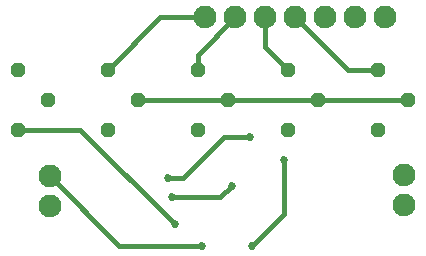
<source format=gbl>
G75*
%MOIN*%
%OFA0B0*%
%FSLAX24Y24*%
%IPPOS*%
%LPD*%
%AMOC8*
5,1,8,0,0,1.08239X$1,22.5*
%
%ADD10C,0.0760*%
%ADD11OC8,0.0480*%
%ADD12C,0.0270*%
%ADD13C,0.0160*%
D10*
X002838Y002863D03*
X002838Y003863D03*
X008025Y009175D03*
X009025Y009175D03*
X010025Y009175D03*
X011025Y009175D03*
X012025Y009175D03*
X013025Y009175D03*
X014025Y009175D03*
X014650Y003925D03*
X014650Y002925D03*
D11*
X013775Y005425D03*
X014775Y006425D03*
X013775Y007425D03*
X011775Y006425D03*
X010775Y007425D03*
X008775Y006425D03*
X007775Y007425D03*
X005775Y006425D03*
X004775Y007425D03*
X002775Y006425D03*
X001775Y007425D03*
X001775Y005425D03*
X004775Y005425D03*
X007775Y005425D03*
X010775Y005425D03*
D12*
X009525Y005175D03*
X010650Y004425D03*
X008900Y003550D03*
X007001Y002276D03*
X007900Y001550D03*
X009585Y001550D03*
X006900Y003175D03*
X006775Y003800D03*
D13*
X007275Y003800D01*
X008650Y005175D01*
X009525Y005175D01*
X010650Y004425D02*
X010650Y002615D01*
X009585Y001550D01*
X007900Y001550D02*
X005150Y001550D01*
X002838Y003863D01*
X003853Y005425D02*
X001775Y005425D01*
X003853Y005425D02*
X007001Y002276D01*
X006900Y003175D02*
X008525Y003175D01*
X008900Y003550D01*
X008775Y006425D02*
X005775Y006425D01*
X004775Y007425D02*
X006525Y009175D01*
X008025Y009175D01*
X009025Y009175D02*
X007775Y007925D01*
X007775Y007425D01*
X008775Y006425D02*
X011775Y006425D01*
X014775Y006425D01*
X013775Y007425D02*
X012775Y007425D01*
X011025Y009175D01*
X010025Y009175D02*
X010025Y008175D01*
X010775Y007425D01*
M02*

</source>
